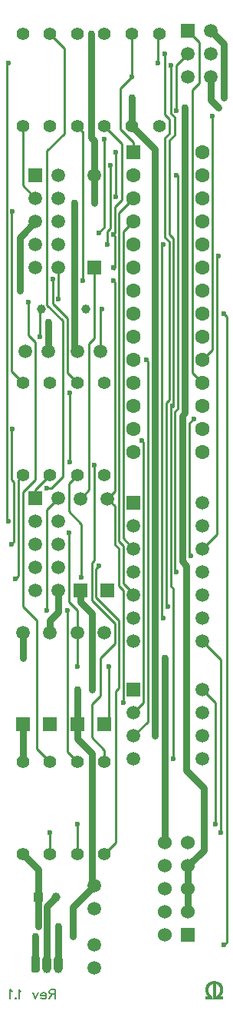
<source format=gbr>
G04 DipTrace 2.4.0.2*
%INBottom.gbr*%
%MOMM*%
%ADD12C,0.025*%
%ADD13C,0.762*%
%ADD14C,0.254*%
%ADD15C,1.5*%
%ADD17R,1.0X1.0*%
%ADD18C,1.0*%
%ADD19R,1.5X1.5*%
%ADD20C,1.524*%
%ADD21R,1.524X1.524*%
%ADD22C,1.422*%
%ADD23R,1.6X1.6*%
%ADD24C,1.6*%
%ADD25O,1.0X2.0*%
%ADD26C,1.0*%
%ADD28C,0.6*%
%ADD64C,0.157*%
%FSLAX53Y53*%
G04*
G71*
G90*
G75*
G01*
%LNBottom*%
%LPD*%
X10312Y13176D2*
D13*
X7938Y10802D1*
Y7621D1*
X3810D2*
Y4604D1*
X23180Y107326D2*
X24609Y105897D1*
Y100023D1*
X14448D2*
Y96849D1*
X16988Y94308D1*
Y78767D1*
Y73719D1*
Y54157D1*
Y34778D1*
Y29682D1*
X2064Y78750D2*
Y84614D1*
X3810Y86360D1*
X8407Y34770D2*
Y30960D1*
X10312Y13176D2*
X10002Y13486D1*
Y27784D1*
X8407Y29379D1*
Y30960D1*
X10033Y34770D2*
Y43154D1*
X8732Y44455D1*
Y45725D1*
X14607Y32230D2*
D14*
X15718Y33341D1*
Y62078D1*
X15559Y62237D1*
X14448Y107009D2*
Y102246D1*
X13178Y100976D1*
Y96530D1*
X14618Y95090D1*
Y93990D1*
X3810Y88900D2*
X2388Y90322D1*
Y96849D1*
X11431D2*
X13336Y94944D1*
Y88751D1*
X12543Y87957D1*
Y85099D1*
X12384Y84940D1*
X12543Y84781D1*
Y81289D1*
X12384Y81130D1*
Y81289D1*
X10312Y81310D2*
Y73502D1*
X9685Y72874D1*
Y56777D1*
X8732Y55825D1*
X799Y53340D2*
X635Y53504D1*
Y103675D1*
X794Y103833D1*
X17306D2*
Y106850D1*
X17464Y107009D1*
X5398D2*
X6986Y105421D1*
Y96054D1*
X5081Y94149D1*
Y77161D1*
X6827Y75414D1*
Y58267D1*
X5572Y57013D1*
X5081D1*
X2388Y68586D2*
X1111Y69862D1*
Y87322D1*
X1270Y87480D1*
X12701Y93990D2*
Y89068D1*
X11431Y16662D2*
X12701Y17933D1*
Y34611D1*
X13019Y34929D1*
Y42391D1*
X10479Y44931D1*
Y48106D1*
X10796Y48424D1*
X22238Y50330D2*
X23815Y51907D1*
Y82400D1*
X23974Y82559D1*
X3810Y55880D2*
Y56826D1*
X5410Y58426D1*
X20640Y15400D2*
D13*
Y12860D1*
Y10320D1*
X5080Y4604D2*
Y10916D1*
X6071Y11906D1*
X20640Y15400D2*
X22386Y17146D1*
Y23974D1*
X20481Y25879D1*
Y27140D1*
Y32282D1*
Y40215D1*
Y48424D1*
X20005Y48900D1*
Y55501D1*
Y58433D1*
Y64936D1*
X20322Y65253D1*
Y76208D1*
Y78785D1*
Y98912D1*
X23974D2*
X23180Y99705D1*
Y102246D1*
X5239Y75255D2*
Y72080D1*
X8415D2*
X8097D1*
Y75255D1*
X10312Y91410D2*
X10320Y91417D1*
Y88433D1*
X8097D2*
Y86369D1*
Y75255D1*
X10312Y91410D2*
Y95267D1*
X9959Y95621D1*
Y107009D1*
X5410Y41059D2*
Y42403D1*
X6351Y43343D1*
Y45719D1*
X6350Y45720D1*
X22238Y68590D2*
D14*
X21116Y69712D1*
Y100817D1*
X21910Y101611D1*
Y106056D1*
X20640Y107326D1*
X19052Y27150D2*
Y45884D1*
X18734Y46201D1*
Y65888D1*
X18893Y66047D1*
X19052D1*
Y84464D1*
X18576Y84940D1*
Y95260D1*
X19211Y95895D1*
Y97800D1*
X18734Y98277D1*
Y103516D1*
X2388Y30960D2*
D13*
Y26822D1*
Y16662D2*
X4089Y14961D1*
Y11906D1*
Y8732D1*
X6351D2*
Y4605D1*
X6350Y4604D1*
X8407Y16662D2*
D14*
Y20005D1*
X23656D2*
Y33340D1*
X22227Y34770D1*
X11114Y76684D2*
X10955Y76525D1*
Y72080D1*
X4445Y76684D2*
X4289Y76528D1*
Y73670D1*
X24609Y6668D2*
X24926Y6986D1*
Y75890D1*
X24607Y76210D1*
X19369Y47790D2*
X19211Y47948D1*
Y65412D1*
X19528Y65729D1*
Y91450D1*
X19370Y91608D1*
Y91450D1*
X14618Y45250D2*
X14764D1*
X13495Y46519D1*
Y50647D1*
X13019Y51123D1*
Y87311D1*
X14618Y88910D1*
Y50330D2*
X13495Y51452D1*
Y85247D1*
X14618Y86370D1*
X17939Y42710D2*
X17782Y42867D1*
Y83670D1*
X17941Y83829D1*
X18417Y43978D2*
X18258Y44137D1*
Y66364D1*
X18576Y66682D1*
Y84146D1*
X18099Y84623D1*
Y95578D1*
X18576Y96054D1*
Y97641D1*
X18099Y98118D1*
Y104786D1*
X8891Y47154D2*
Y53028D1*
X7462Y54457D1*
Y57481D1*
X8407Y58426D1*
X1588Y46995D2*
X1905Y47312D1*
Y57944D1*
X2388Y58426D1*
X5398Y16662D2*
Y19052D1*
X24291D2*
Y38116D1*
X22238Y40170D1*
X8407Y41059D2*
Y37310D1*
X11908D2*
Y30960D1*
X11430D1*
X8407Y41059D2*
Y43509D1*
X7462Y44455D1*
Y52075D1*
X7621Y59855D2*
Y67476D1*
X11431Y26822D2*
Y28102D1*
X10002Y29531D1*
Y33182D1*
X10955Y34135D1*
Y38263D1*
X12543Y39850D1*
Y42073D1*
X10002Y44613D1*
Y48741D1*
X10320Y49059D1*
Y59538D1*
X8407Y26822D2*
X7303Y27927D1*
Y43502D1*
X5081D2*
Y54611D1*
X6350Y55880D1*
X5398Y26822D2*
X3969Y28251D1*
Y42391D1*
X2382Y43978D1*
Y56521D1*
X3810Y57950D1*
Y73033D1*
X3017Y73826D1*
Y77478D1*
X6351Y77796D2*
X6350D1*
Y81280D1*
X11749Y83820D2*
Y85258D1*
X12066Y85575D1*
Y92561D1*
X9050Y79860D2*
Y96214D1*
X8415Y96849D1*
X12384Y79860D2*
X12543Y79701D1*
Y56618D1*
X11749Y55825D1*
X12543Y55031D1*
Y50805D1*
X13019Y50329D1*
Y46201D1*
X13495Y45725D1*
Y33341D1*
X8407Y68586D2*
X7303Y69690D1*
Y75732D1*
X5716Y77319D1*
Y80018D1*
X10796Y85099D2*
X11431Y85734D1*
Y95419D1*
X14607Y29690D2*
X16194Y31278D1*
Y70969D1*
X16035Y71127D1*
X22238Y71130D2*
X23339Y72231D1*
Y97959D1*
X19370Y98594D2*
Y103516D1*
X20640Y104786D1*
X1111Y50805D2*
X1429Y51123D1*
Y57632D1*
X1111Y57950D1*
Y63348D1*
X1270Y63507D1*
X21275Y64618D2*
X20798Y64142D1*
Y49694D1*
X20957Y49535D1*
X18100Y17940D2*
D13*
Y38263D1*
X2388D2*
Y41059D1*
X7938Y7621D3*
X3810D3*
X24609Y100023D3*
X14448D3*
X16988Y29682D3*
X2064Y78750D3*
X16988Y73719D3*
Y54157D3*
Y34778D3*
X8407Y34770D3*
X16988Y78767D3*
X10033Y34770D3*
D28*
X15559Y62237D3*
X14448Y102246D3*
X12384Y81289D3*
Y84940D3*
X799Y53340D3*
X794Y103833D3*
X17306D3*
X5081Y57013D3*
X1270Y87480D3*
X12701Y93990D3*
Y89068D3*
X10796Y48424D3*
X23974Y82559D3*
D13*
X20322Y98912D3*
X23974D3*
X5239Y75255D3*
X8097D3*
X20322Y76208D3*
Y78785D3*
X20005Y55501D3*
X20481Y40215D3*
Y32282D3*
Y27140D3*
X10320Y88433D3*
X8097D3*
Y75255D3*
Y86369D3*
X9959Y107009D3*
X20005Y58433D3*
D28*
X19052Y27150D3*
X18734Y103516D3*
X18893Y66047D3*
D13*
X4089Y8732D3*
X6351D3*
D28*
X8407Y20005D3*
X23656D3*
X11114Y76684D3*
X4289Y73670D3*
X24609Y6668D3*
X24607Y76210D3*
X19369Y47790D3*
X19370Y91450D3*
X17939Y42710D3*
X17941Y83829D3*
X18417Y43978D3*
X18099Y104786D3*
X8891Y47154D3*
X1588Y46995D3*
X5398Y19052D3*
X24291D3*
X8407Y37310D3*
X11908D3*
X7462Y52075D3*
X7621Y59855D3*
Y67476D3*
X7462Y52075D3*
X10320Y59538D3*
X7303Y43502D3*
X5081D3*
X3017Y77478D3*
X6351Y77796D3*
X11749Y83820D3*
X12066Y92561D3*
X9050Y79860D3*
X12384D3*
X13495Y33341D3*
X5716Y80018D3*
X10796Y85099D3*
X11431Y95419D3*
X16035Y71127D3*
X23339Y97959D3*
X19370Y98594D3*
X1111Y50805D3*
X1270Y63507D3*
X21275Y64618D3*
X20957Y49535D3*
D13*
X18100Y38263D3*
X2388D3*
D15*
X5239Y72080D3*
X2699D3*
X8415D3*
X10955D3*
D17*
X4089Y11906D3*
D18*
X6071D3*
D15*
X10312Y10636D3*
Y13176D3*
Y4128D3*
Y6668D3*
D19*
Y81310D3*
D15*
Y91410D3*
D19*
X8732Y45725D3*
D15*
Y55825D3*
D19*
X11749Y45725D3*
D15*
Y55825D3*
D19*
X2388Y30960D3*
D15*
Y41059D3*
D19*
X5410Y30960D3*
D15*
Y41059D3*
D19*
X8407Y30960D3*
D15*
Y41059D3*
D19*
X11430Y30960D3*
D15*
Y41059D3*
X3810Y81280D3*
X6350D3*
X3810Y83820D3*
X6350D3*
X3810Y86360D3*
X6350D3*
X3810Y88900D3*
X6350D3*
Y91440D3*
D19*
X3810D3*
D15*
Y45720D3*
X6350D3*
X3810Y48260D3*
X6350D3*
X3810Y50800D3*
X6350D3*
X3810Y53340D3*
X6350D3*
Y55880D3*
D19*
X3810D3*
X20640Y107326D3*
D15*
X23180D3*
X20640Y104786D3*
X23180D3*
X20640Y102246D3*
X23180D3*
D20*
X18100Y17940D3*
X20640D3*
Y15400D3*
X18100D3*
X20640Y12860D3*
X18100D3*
X20640Y10320D3*
X18100D3*
Y7780D3*
D21*
X20640D3*
D22*
X2388Y107009D3*
Y96849D3*
X5398Y107009D3*
Y96849D3*
X8415Y107009D3*
Y96849D3*
X11431Y107009D3*
Y96849D3*
X14448Y107009D3*
Y96849D3*
X17464Y107009D3*
Y96849D3*
X2388Y58426D3*
Y68586D3*
X5410Y58426D3*
Y68586D3*
X8407Y58426D3*
Y68586D3*
X11430Y58426D3*
Y68586D3*
X2388Y26822D3*
Y16662D3*
X5398D3*
Y26822D3*
X8407D3*
Y16662D3*
X11431D3*
Y26822D3*
D23*
X14618Y93990D3*
D24*
Y91450D3*
Y88910D3*
Y86370D3*
Y83830D3*
Y81290D3*
Y78750D3*
Y76210D3*
Y73670D3*
Y71130D3*
Y68590D3*
Y66050D3*
Y63510D3*
Y60970D3*
X22238D3*
Y63510D3*
Y66050D3*
Y68590D3*
Y71130D3*
Y73670D3*
Y76210D3*
Y78750D3*
Y81290D3*
Y83830D3*
Y86370D3*
Y88910D3*
Y91450D3*
Y93990D3*
D19*
X14618Y55410D3*
D15*
Y52870D3*
Y50330D3*
Y47790D3*
Y45250D3*
Y42710D3*
Y40170D3*
X22238D3*
Y42710D3*
Y45250D3*
Y47790D3*
Y50330D3*
Y52870D3*
Y55410D3*
D19*
X14607Y34770D3*
D15*
Y32230D3*
Y29690D3*
Y27150D3*
X22227D3*
Y29690D3*
Y32230D3*
Y34770D3*
G36*
X3310Y3854D2*
X3560Y3604D1*
X4060D1*
X4310Y3854D1*
Y5354D1*
X4060Y5604D1*
X3560D1*
X3310Y5354D1*
Y3854D1*
G37*
D25*
X5080Y4604D3*
X6350D3*
D26*
X4445Y76684D3*
X9325D3*
X23358Y2673D2*
D12*
X23688D1*
X23247Y2648D2*
X23791D1*
X23154Y2623D2*
X23879D1*
X23080Y2597D2*
X23950D1*
X23019Y2572D2*
X24010D1*
X22967Y2546D2*
X24061D1*
X22922Y2521D2*
X24104D1*
X22885Y2496D2*
X24142D1*
X22854Y2470D2*
X24177D1*
X22826Y2445D2*
X24207D1*
X22800Y2419D2*
X23316D1*
X23383D2*
X23637D1*
X23738D2*
X24232D1*
X22775Y2394D2*
X23233D1*
X23383D2*
X23637D1*
X23809D2*
X24253D1*
X22753Y2369D2*
X23164D1*
X23383D2*
X23637D1*
X23874D2*
X24274D1*
X22737Y2343D2*
X23108D1*
X23383D2*
X23637D1*
X23929D2*
X24295D1*
X22725Y2318D2*
X23066D1*
X23383D2*
X23637D1*
X23973D2*
X24312D1*
X22711Y2292D2*
X23033D1*
X23383D2*
X23637D1*
X24006D2*
X24327D1*
X22696Y2267D2*
X23004D1*
X23383D2*
X23637D1*
X24030D2*
X24341D1*
X22681Y2242D2*
X22978D1*
X23383D2*
X23637D1*
X24051D2*
X24353D1*
X22668Y2216D2*
X22956D1*
X23383D2*
X23637D1*
X24072D2*
X24364D1*
X22657Y2191D2*
X22937D1*
X23383D2*
X23637D1*
X24092D2*
X24373D1*
X22647Y2165D2*
X22922D1*
X23383D2*
X23637D1*
X24109D2*
X24382D1*
X22638Y2140D2*
X22908D1*
X23383D2*
X23637D1*
X24124D2*
X24391D1*
X22630Y2115D2*
X22894D1*
X23383D2*
X23637D1*
X24138D2*
X24399D1*
X22625Y2089D2*
X22882D1*
X23383D2*
X23637D1*
X24150D2*
X24407D1*
X22619Y2064D2*
X22870D1*
X23383D2*
X23637D1*
X24161D2*
X24415D1*
X22612Y2038D2*
X22860D1*
X23383D2*
X23637D1*
X24170D2*
X24420D1*
X22605Y2013D2*
X22854D1*
X23383D2*
X23637D1*
X24179D2*
X24424D1*
X22600Y1988D2*
X22848D1*
X23383D2*
X23637D1*
X24186D2*
X24428D1*
X22597Y1962D2*
X22840D1*
X23383D2*
X23637D1*
X24191D2*
X24435D1*
X22596Y1937D2*
X22833D1*
X23383D2*
X23637D1*
X24194D2*
X24441D1*
X22596Y1911D2*
X22829D1*
X23383D2*
X23637D1*
X24195D2*
X24446D1*
X22596Y1886D2*
X22826D1*
X23383D2*
X23637D1*
X24196D2*
X24448D1*
X22596Y1861D2*
X22825D1*
X23383D2*
X23637D1*
X24196D2*
X24449D1*
X22596Y1835D2*
X22825D1*
X23383D2*
X23637D1*
X24196D2*
X24450D1*
X22596Y1810D2*
X22824D1*
X23383D2*
X23637D1*
X24196D2*
X24450D1*
X22596Y1784D2*
X22824D1*
X23383D2*
X23637D1*
X24196D2*
X24450D1*
X22596Y1759D2*
X22824D1*
X23383D2*
X23637D1*
X24196D2*
X24450D1*
X22596Y1734D2*
X22824D1*
X23383D2*
X23637D1*
X24196D2*
X24450D1*
X22596Y1708D2*
X22824D1*
X23383D2*
X23637D1*
X24196D2*
X24450D1*
X22596Y1683D2*
X22825D1*
X23383D2*
X23637D1*
X24196D2*
X24449D1*
X22596Y1657D2*
X22828D1*
X23383D2*
X23637D1*
X24196D2*
X24446D1*
X22596Y1632D2*
X22835D1*
X23383D2*
X23637D1*
X24195D2*
X24440D1*
X22597Y1607D2*
X22841D1*
X23383D2*
X23637D1*
X24192D2*
X24433D1*
X22600Y1581D2*
X22846D1*
X23383D2*
X23637D1*
X24186D2*
X24429D1*
X22606Y1556D2*
X22849D1*
X23383D2*
X23637D1*
X24179D2*
X24425D1*
X22613Y1530D2*
X22853D1*
X23383D2*
X23637D1*
X24174D2*
X24421D1*
X22618Y1505D2*
X22860D1*
X23383D2*
X23637D1*
X24168D2*
X24414D1*
X22624Y1480D2*
X22867D1*
X23383D2*
X23637D1*
X24161D2*
X24407D1*
X22631Y1454D2*
X22875D1*
X23383D2*
X23637D1*
X24153D2*
X24399D1*
X22639Y1429D2*
X22885D1*
X23383D2*
X23637D1*
X24145D2*
X24390D1*
X22647Y1403D2*
X22896D1*
X23383D2*
X23637D1*
X24135D2*
X24382D1*
X22656Y1378D2*
X22908D1*
X23383D2*
X23637D1*
X24120D2*
X24374D1*
X22667Y1353D2*
X22924D1*
X23383D2*
X23637D1*
X24102D2*
X24364D1*
X22679Y1327D2*
X22943D1*
X23383D2*
X23637D1*
X24083D2*
X24352D1*
X22692Y1302D2*
X22963D1*
X23383D2*
X23637D1*
X24063D2*
X24338D1*
X22708Y1276D2*
X22983D1*
X23383D2*
X23637D1*
X24044D2*
X24322D1*
X22727Y1251D2*
X23005D1*
X23383D2*
X23637D1*
X24027D2*
X24306D1*
X22746Y1226D2*
X23028D1*
X23383D2*
X23637D1*
X24009D2*
X24288D1*
X22764Y1200D2*
X23049D1*
X23383D2*
X23637D1*
X23988D2*
X24269D1*
X22782Y1175D2*
X23068D1*
X23383D2*
X23637D1*
X23965D2*
X24249D1*
X22803Y1149D2*
X23088D1*
X23383D2*
X23637D1*
X23941D2*
X24230D1*
X22826Y1124D2*
X23112D1*
X23383D2*
X23637D1*
X23915D2*
X24208D1*
X22851Y1099D2*
X23142D1*
X23383D2*
X23637D1*
X23887D2*
X24180D1*
X22881Y1073D2*
X23176D1*
X23383D2*
X23637D1*
X23855D2*
X24147D1*
X22916Y1048D2*
X23211D1*
X23383D2*
X23637D1*
X23825D2*
X24108D1*
X22958Y1022D2*
X23240D1*
X23383D2*
X23637D1*
X23799D2*
X24064D1*
X22570Y997D2*
X23264D1*
X23383D2*
X23637D1*
X23779D2*
X24450D1*
X22570Y972D2*
X23273D1*
X23383D2*
X23637D1*
X23771D2*
X24450D1*
X22570Y946D2*
X23278D1*
X23383D2*
X23637D1*
X23767D2*
X24450D1*
X22570Y921D2*
X23280D1*
X23383D2*
X23637D1*
X23765D2*
X24450D1*
X22570Y895D2*
X23281D1*
X23383D2*
X23637D1*
X23764D2*
X24450D1*
X22570Y870D2*
X23281D1*
X23383D2*
X23637D1*
X23764D2*
X24450D1*
X22570Y845D2*
X23281D1*
X23383D2*
X23637D1*
X23764D2*
X24450D1*
X22570Y819D2*
X23281D1*
X23383D2*
X23637D1*
X23764D2*
X24450D1*
X22570Y794D2*
X23281D1*
X23383D2*
X23637D1*
X23764D2*
X24450D1*
X23358Y2673D2*
X23247Y2648D1*
X23154Y2623D1*
X23080Y2597D1*
X23019Y2572D1*
X22967Y2546D1*
X22922Y2521D1*
X22885Y2496D1*
X22854Y2470D1*
X22826Y2445D1*
X22800Y2419D1*
X22775Y2394D1*
X22753Y2369D1*
X22737Y2343D1*
X22725Y2318D1*
X22711Y2292D1*
X22696Y2267D1*
X22681Y2242D1*
X22668Y2216D1*
X22657Y2191D1*
X22647Y2165D1*
X22638Y2140D1*
X22630Y2115D1*
X22625Y2089D1*
X22619Y2064D1*
X22612Y2038D1*
X22605Y2013D1*
X22600Y1988D1*
X22597Y1962D1*
X22596Y1937D1*
Y1911D1*
Y1886D1*
Y1861D1*
Y1835D1*
Y1810D1*
Y1784D1*
Y1759D1*
Y1734D1*
Y1708D1*
Y1683D1*
Y1657D1*
Y1632D1*
X22597Y1607D1*
X22600Y1581D1*
X22606Y1556D1*
X22613Y1530D1*
X22618Y1505D1*
X22624Y1480D1*
X22631Y1454D1*
X22639Y1429D1*
X22647Y1403D1*
X22656Y1378D1*
X22667Y1353D1*
X22679Y1327D1*
X22692Y1302D1*
X22708Y1276D1*
X22727Y1251D1*
X22746Y1226D1*
X22764Y1200D1*
X22782Y1175D1*
X22803Y1149D1*
X22826Y1124D1*
X22851Y1099D1*
X22881Y1073D1*
X22916Y1048D1*
X22958Y1022D1*
X23002Y997D1*
X23688Y2673D2*
X23791Y2648D1*
X23879Y2623D1*
X23950Y2597D1*
X24010Y2572D1*
X24061Y2546D1*
X24104Y2521D1*
X24142Y2496D1*
X24177Y2470D1*
X24207Y2445D1*
X24232Y2419D1*
X24253Y2394D1*
X24274Y2369D1*
X24295Y2343D1*
X24312Y2318D1*
X24327Y2292D1*
X24341Y2267D1*
X24353Y2242D1*
X24364Y2216D1*
X24373Y2191D1*
X24382Y2165D1*
X24391Y2140D1*
X24399Y2115D1*
X24407Y2089D1*
X24415Y2064D1*
X24420Y2038D1*
X24424Y2013D1*
X24428Y1988D1*
X24435Y1962D1*
X24441Y1937D1*
X24446Y1911D1*
X24448Y1886D1*
X24449Y1861D1*
X24450Y1835D1*
Y1810D1*
Y1784D1*
Y1759D1*
Y1734D1*
Y1708D1*
X24449Y1683D1*
X24446Y1657D1*
X24440Y1632D1*
X24433Y1607D1*
X24429Y1581D1*
X24425Y1556D1*
X24421Y1530D1*
X24414Y1505D1*
X24407Y1480D1*
X24399Y1454D1*
X24390Y1429D1*
X24382Y1403D1*
X24374Y1378D1*
X24364Y1353D1*
X24352Y1327D1*
X24338Y1302D1*
X24322Y1276D1*
X24306Y1251D1*
X24288Y1226D1*
X24269Y1200D1*
X24249Y1175D1*
X24230Y1149D1*
X24208Y1124D1*
X24180Y1099D1*
X24147Y1073D1*
X24108Y1048D1*
X24064Y1022D1*
X24018Y997D1*
X23408Y2445D2*
X23316Y2419D1*
X23233Y2394D1*
X23164Y2369D1*
X23108Y2343D1*
X23066Y2318D1*
X23033Y2292D1*
X23004Y2267D1*
X22978Y2242D1*
X22956Y2216D1*
X22937Y2191D1*
X22922Y2165D1*
X22908Y2140D1*
X22894Y2115D1*
X22882Y2089D1*
X22870Y2064D1*
X22860Y2038D1*
X22854Y2013D1*
X22848Y1988D1*
X22840Y1962D1*
X22833Y1937D1*
X22829Y1911D1*
X22826Y1886D1*
X22825Y1861D1*
Y1835D1*
X22824Y1810D1*
Y1784D1*
Y1759D1*
Y1734D1*
Y1708D1*
X22825Y1683D1*
X22828Y1657D1*
X22835Y1632D1*
X22841Y1607D1*
X22846Y1581D1*
X22849Y1556D1*
X22853Y1530D1*
X22860Y1505D1*
X22867Y1480D1*
X22875Y1454D1*
X22885Y1429D1*
X22896Y1403D1*
X22908Y1378D1*
X22924Y1353D1*
X22943Y1327D1*
X22963Y1302D1*
X22983Y1276D1*
X23005Y1251D1*
X23028Y1226D1*
X23049Y1200D1*
X23068Y1175D1*
X23088Y1149D1*
X23112Y1124D1*
X23142Y1099D1*
X23176Y1073D1*
X23211Y1048D1*
X23240Y1022D1*
X23264Y997D1*
X23273Y972D1*
X23278Y946D1*
X23280Y921D1*
X23281Y895D1*
Y870D1*
Y845D1*
Y819D1*
Y794D1*
X23383Y2445D2*
Y2419D1*
Y2394D1*
Y2369D1*
Y2343D1*
Y2318D1*
Y2292D1*
Y2267D1*
Y2242D1*
Y2216D1*
Y2191D1*
Y2165D1*
Y2140D1*
Y2115D1*
Y2089D1*
Y2064D1*
Y2038D1*
Y2013D1*
Y1988D1*
Y1962D1*
Y1937D1*
Y1911D1*
Y1886D1*
Y1861D1*
Y1835D1*
Y1810D1*
Y1784D1*
Y1759D1*
Y1734D1*
Y1708D1*
Y1683D1*
Y1657D1*
Y1632D1*
Y1607D1*
Y1581D1*
Y1556D1*
Y1530D1*
Y1505D1*
Y1480D1*
Y1454D1*
Y1429D1*
Y1403D1*
Y1378D1*
Y1353D1*
Y1327D1*
Y1302D1*
Y1276D1*
Y1251D1*
Y1226D1*
Y1200D1*
Y1175D1*
Y1149D1*
Y1124D1*
Y1099D1*
Y1073D1*
Y1048D1*
Y1022D1*
Y997D1*
Y972D1*
Y946D1*
Y921D1*
Y895D1*
Y870D1*
Y845D1*
Y819D1*
Y794D1*
X23637Y2445D2*
Y2419D1*
Y2394D1*
Y2369D1*
Y2343D1*
Y2318D1*
Y2292D1*
Y2267D1*
Y2242D1*
Y2216D1*
Y2191D1*
Y2165D1*
Y2140D1*
Y2115D1*
Y2089D1*
Y2064D1*
Y2038D1*
Y2013D1*
Y1988D1*
Y1962D1*
Y1937D1*
Y1911D1*
Y1886D1*
Y1861D1*
Y1835D1*
Y1810D1*
Y1784D1*
Y1759D1*
Y1734D1*
Y1708D1*
Y1683D1*
Y1657D1*
Y1632D1*
Y1607D1*
Y1581D1*
Y1556D1*
Y1530D1*
Y1505D1*
Y1480D1*
Y1454D1*
Y1429D1*
Y1403D1*
Y1378D1*
Y1353D1*
Y1327D1*
Y1302D1*
Y1276D1*
Y1251D1*
Y1226D1*
Y1200D1*
Y1175D1*
Y1149D1*
Y1124D1*
Y1099D1*
Y1073D1*
Y1048D1*
Y1022D1*
Y997D1*
Y972D1*
Y946D1*
Y921D1*
Y895D1*
Y870D1*
Y845D1*
Y819D1*
Y794D1*
X23358Y768D1*
X23662Y2445D2*
X23738Y2419D1*
X23809Y2394D1*
X23874Y2369D1*
X23929Y2343D1*
X23973Y2318D1*
X24006Y2292D1*
X24030Y2267D1*
X24051Y2242D1*
X24072Y2216D1*
X24092Y2191D1*
X24109Y2165D1*
X24124Y2140D1*
X24138Y2115D1*
X24150Y2089D1*
X24161Y2064D1*
X24170Y2038D1*
X24179Y2013D1*
X24186Y1988D1*
X24191Y1962D1*
X24194Y1937D1*
X24195Y1911D1*
X24196Y1886D1*
Y1861D1*
Y1835D1*
Y1810D1*
Y1784D1*
Y1759D1*
Y1734D1*
Y1708D1*
Y1683D1*
Y1657D1*
X24195Y1632D1*
X24192Y1607D1*
X24186Y1581D1*
X24179Y1556D1*
X24174Y1530D1*
X24168Y1505D1*
X24161Y1480D1*
X24153Y1454D1*
X24145Y1429D1*
X24135Y1403D1*
X24120Y1378D1*
X24102Y1353D1*
X24083Y1327D1*
X24063Y1302D1*
X24044Y1276D1*
X24027Y1251D1*
X24009Y1226D1*
X23988Y1200D1*
X23965Y1175D1*
X23941Y1149D1*
X23915Y1124D1*
X23887Y1099D1*
X23855Y1073D1*
X23825Y1048D1*
X23799Y1022D1*
X23779Y997D1*
X23771Y972D1*
X23767Y946D1*
X23765Y921D1*
X23764Y895D1*
Y870D1*
Y845D1*
Y819D1*
Y794D1*
X22570Y997D2*
Y972D1*
Y946D1*
Y921D1*
Y895D1*
Y870D1*
Y845D1*
Y819D1*
Y794D1*
X24450Y997D2*
Y972D1*
Y946D1*
Y921D1*
Y895D1*
Y870D1*
Y845D1*
Y819D1*
Y794D1*
X5981Y1270D2*
D64*
X5545D1*
X5399Y1320D1*
X5349Y1368D1*
X5301Y1465D1*
Y1562D1*
X5349Y1659D1*
X5399Y1708D1*
X5545Y1757D1*
X5981D1*
Y736D1*
X5641Y1270D2*
X5301Y736D1*
X4987Y1124D2*
X4404D1*
Y1222D1*
X4452Y1320D1*
X4501Y1368D1*
X4598Y1416D1*
X4744D1*
X4841Y1368D1*
X4939Y1270D1*
X4987Y1124D1*
Y1028D1*
X4939Y882D1*
X4841Y785D1*
X4744Y736D1*
X4598D1*
X4501Y785D1*
X4404Y882D1*
X4090Y1416D2*
X3798Y736D1*
X3508Y1416D1*
X2206Y1561D2*
X2109Y1611D1*
X1963Y1756D1*
Y736D1*
X1601Y833D2*
X1649Y784D1*
X1601Y736D1*
X1551Y784D1*
X1601Y833D1*
X1237Y1561D2*
X1140Y1611D1*
X994Y1756D1*
Y736D1*
M02*

</source>
